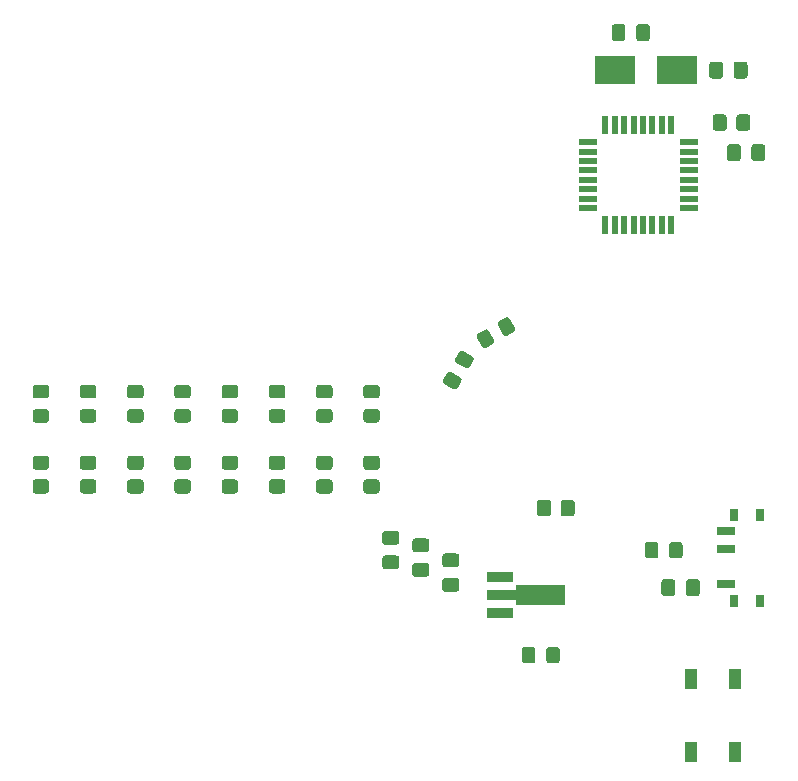
<source format=gbr>
%TF.GenerationSoftware,KiCad,Pcbnew,(5.1.9-0-10_14)*%
%TF.CreationDate,2021-08-30T14:03:39+08:00*%
%TF.ProjectId,FidgetSpinner,46696467-6574-4537-9069-6e6e65722e6b,rev?*%
%TF.SameCoordinates,Original*%
%TF.FileFunction,Paste,Top*%
%TF.FilePolarity,Positive*%
%FSLAX46Y46*%
G04 Gerber Fmt 4.6, Leading zero omitted, Abs format (unit mm)*
G04 Created by KiCad (PCBNEW (5.1.9-0-10_14)) date 2021-08-30 14:03:39*
%MOMM*%
%LPD*%
G01*
G04 APERTURE LIST*
%ADD10R,3.500000X2.400000*%
%ADD11R,1.600000X0.550000*%
%ADD12R,0.550000X1.600000*%
%ADD13R,1.100000X1.800000*%
%ADD14R,0.800000X1.000000*%
%ADD15R,1.500000X0.700000*%
%ADD16C,0.100000*%
%ADD17R,2.300000X0.900000*%
G04 APERTURE END LIST*
D10*
%TO.C,Y1*%
X106620000Y-71755000D03*
X111820000Y-71755000D03*
%TD*%
D11*
%TO.C,U1*%
X112835000Y-77845000D03*
X112835000Y-78645000D03*
X112835000Y-79445000D03*
X112835000Y-80245000D03*
X112835000Y-81045000D03*
X112835000Y-81845000D03*
X112835000Y-82645000D03*
X112835000Y-83445000D03*
D12*
X111385000Y-84895000D03*
X110585000Y-84895000D03*
X109785000Y-84895000D03*
X108985000Y-84895000D03*
X108185000Y-84895000D03*
X107385000Y-84895000D03*
X106585000Y-84895000D03*
X105785000Y-84895000D03*
D11*
X104335000Y-83445000D03*
X104335000Y-82645000D03*
X104335000Y-81845000D03*
X104335000Y-81045000D03*
X104335000Y-80245000D03*
X104335000Y-79445000D03*
X104335000Y-78645000D03*
X104335000Y-77845000D03*
D12*
X105785000Y-76395000D03*
X106585000Y-76395000D03*
X107385000Y-76395000D03*
X108185000Y-76395000D03*
X108985000Y-76395000D03*
X109785000Y-76395000D03*
X110585000Y-76395000D03*
X111385000Y-76395000D03*
%TD*%
D13*
%TO.C,SW2*%
X116785000Y-123265000D03*
X116785000Y-129465000D03*
X113085000Y-123265000D03*
X113085000Y-129465000D03*
%TD*%
D14*
%TO.C,SW1*%
X116695000Y-116680000D03*
X116695000Y-109380000D03*
X118905000Y-109380000D03*
X118905000Y-116680000D03*
D15*
X116045000Y-110780000D03*
X116045000Y-112280000D03*
X116045000Y-115280000D03*
%TD*%
%TO.C,R10*%
G36*
G01*
X101200000Y-108388999D02*
X101200000Y-109289001D01*
G75*
G02*
X100950001Y-109539000I-249999J0D01*
G01*
X100249999Y-109539000D01*
G75*
G02*
X100000000Y-109289001I0J249999D01*
G01*
X100000000Y-108388999D01*
G75*
G02*
X100249999Y-108139000I249999J0D01*
G01*
X100950001Y-108139000D01*
G75*
G02*
X101200000Y-108388999I0J-249999D01*
G01*
G37*
G36*
G01*
X103200000Y-108388999D02*
X103200000Y-109289001D01*
G75*
G02*
X102950001Y-109539000I-249999J0D01*
G01*
X102249999Y-109539000D01*
G75*
G02*
X102000000Y-109289001I0J249999D01*
G01*
X102000000Y-108388999D01*
G75*
G02*
X102249999Y-108139000I249999J0D01*
G01*
X102950001Y-108139000D01*
G75*
G02*
X103200000Y-108388999I0J-249999D01*
G01*
G37*
%TD*%
%TO.C,R9*%
G36*
G01*
X116875000Y-76650001D02*
X116875000Y-75749999D01*
G75*
G02*
X117124999Y-75500000I249999J0D01*
G01*
X117825001Y-75500000D01*
G75*
G02*
X118075000Y-75749999I0J-249999D01*
G01*
X118075000Y-76650001D01*
G75*
G02*
X117825001Y-76900000I-249999J0D01*
G01*
X117124999Y-76900000D01*
G75*
G02*
X116875000Y-76650001I0J249999D01*
G01*
G37*
G36*
G01*
X114875000Y-76650001D02*
X114875000Y-75749999D01*
G75*
G02*
X115124999Y-75500000I249999J0D01*
G01*
X115825001Y-75500000D01*
G75*
G02*
X116075000Y-75749999I0J-249999D01*
G01*
X116075000Y-76650001D01*
G75*
G02*
X115825001Y-76900000I-249999J0D01*
G01*
X115124999Y-76900000D01*
G75*
G02*
X114875000Y-76650001I0J249999D01*
G01*
G37*
%TD*%
%TO.C,R8*%
G36*
G01*
X86450001Y-105600000D02*
X85549999Y-105600000D01*
G75*
G02*
X85300000Y-105350001I0J249999D01*
G01*
X85300000Y-104649999D01*
G75*
G02*
X85549999Y-104400000I249999J0D01*
G01*
X86450001Y-104400000D01*
G75*
G02*
X86700000Y-104649999I0J-249999D01*
G01*
X86700000Y-105350001D01*
G75*
G02*
X86450001Y-105600000I-249999J0D01*
G01*
G37*
G36*
G01*
X86450001Y-107600000D02*
X85549999Y-107600000D01*
G75*
G02*
X85300000Y-107350001I0J249999D01*
G01*
X85300000Y-106649999D01*
G75*
G02*
X85549999Y-106400000I249999J0D01*
G01*
X86450001Y-106400000D01*
G75*
G02*
X86700000Y-106649999I0J-249999D01*
G01*
X86700000Y-107350001D01*
G75*
G02*
X86450001Y-107600000I-249999J0D01*
G01*
G37*
%TD*%
%TO.C,R7*%
G36*
G01*
X82450001Y-105600000D02*
X81549999Y-105600000D01*
G75*
G02*
X81300000Y-105350001I0J249999D01*
G01*
X81300000Y-104649999D01*
G75*
G02*
X81549999Y-104400000I249999J0D01*
G01*
X82450001Y-104400000D01*
G75*
G02*
X82700000Y-104649999I0J-249999D01*
G01*
X82700000Y-105350001D01*
G75*
G02*
X82450001Y-105600000I-249999J0D01*
G01*
G37*
G36*
G01*
X82450001Y-107600000D02*
X81549999Y-107600000D01*
G75*
G02*
X81300000Y-107350001I0J249999D01*
G01*
X81300000Y-106649999D01*
G75*
G02*
X81549999Y-106400000I249999J0D01*
G01*
X82450001Y-106400000D01*
G75*
G02*
X82700000Y-106649999I0J-249999D01*
G01*
X82700000Y-107350001D01*
G75*
G02*
X82450001Y-107600000I-249999J0D01*
G01*
G37*
%TD*%
%TO.C,R6*%
G36*
G01*
X78450001Y-105600000D02*
X77549999Y-105600000D01*
G75*
G02*
X77300000Y-105350001I0J249999D01*
G01*
X77300000Y-104649999D01*
G75*
G02*
X77549999Y-104400000I249999J0D01*
G01*
X78450001Y-104400000D01*
G75*
G02*
X78700000Y-104649999I0J-249999D01*
G01*
X78700000Y-105350001D01*
G75*
G02*
X78450001Y-105600000I-249999J0D01*
G01*
G37*
G36*
G01*
X78450001Y-107600000D02*
X77549999Y-107600000D01*
G75*
G02*
X77300000Y-107350001I0J249999D01*
G01*
X77300000Y-106649999D01*
G75*
G02*
X77549999Y-106400000I249999J0D01*
G01*
X78450001Y-106400000D01*
G75*
G02*
X78700000Y-106649999I0J-249999D01*
G01*
X78700000Y-107350001D01*
G75*
G02*
X78450001Y-107600000I-249999J0D01*
G01*
G37*
%TD*%
%TO.C,R5*%
G36*
G01*
X74450001Y-105600000D02*
X73549999Y-105600000D01*
G75*
G02*
X73300000Y-105350001I0J249999D01*
G01*
X73300000Y-104649999D01*
G75*
G02*
X73549999Y-104400000I249999J0D01*
G01*
X74450001Y-104400000D01*
G75*
G02*
X74700000Y-104649999I0J-249999D01*
G01*
X74700000Y-105350001D01*
G75*
G02*
X74450001Y-105600000I-249999J0D01*
G01*
G37*
G36*
G01*
X74450001Y-107600000D02*
X73549999Y-107600000D01*
G75*
G02*
X73300000Y-107350001I0J249999D01*
G01*
X73300000Y-106649999D01*
G75*
G02*
X73549999Y-106400000I249999J0D01*
G01*
X74450001Y-106400000D01*
G75*
G02*
X74700000Y-106649999I0J-249999D01*
G01*
X74700000Y-107350001D01*
G75*
G02*
X74450001Y-107600000I-249999J0D01*
G01*
G37*
%TD*%
%TO.C,R4*%
G36*
G01*
X70450001Y-105600000D02*
X69549999Y-105600000D01*
G75*
G02*
X69300000Y-105350001I0J249999D01*
G01*
X69300000Y-104649999D01*
G75*
G02*
X69549999Y-104400000I249999J0D01*
G01*
X70450001Y-104400000D01*
G75*
G02*
X70700000Y-104649999I0J-249999D01*
G01*
X70700000Y-105350001D01*
G75*
G02*
X70450001Y-105600000I-249999J0D01*
G01*
G37*
G36*
G01*
X70450001Y-107600000D02*
X69549999Y-107600000D01*
G75*
G02*
X69300000Y-107350001I0J249999D01*
G01*
X69300000Y-106649999D01*
G75*
G02*
X69549999Y-106400000I249999J0D01*
G01*
X70450001Y-106400000D01*
G75*
G02*
X70700000Y-106649999I0J-249999D01*
G01*
X70700000Y-107350001D01*
G75*
G02*
X70450001Y-107600000I-249999J0D01*
G01*
G37*
%TD*%
%TO.C,R3*%
G36*
G01*
X66450001Y-105600000D02*
X65549999Y-105600000D01*
G75*
G02*
X65300000Y-105350001I0J249999D01*
G01*
X65300000Y-104649999D01*
G75*
G02*
X65549999Y-104400000I249999J0D01*
G01*
X66450001Y-104400000D01*
G75*
G02*
X66700000Y-104649999I0J-249999D01*
G01*
X66700000Y-105350001D01*
G75*
G02*
X66450001Y-105600000I-249999J0D01*
G01*
G37*
G36*
G01*
X66450001Y-107600000D02*
X65549999Y-107600000D01*
G75*
G02*
X65300000Y-107350001I0J249999D01*
G01*
X65300000Y-106649999D01*
G75*
G02*
X65549999Y-106400000I249999J0D01*
G01*
X66450001Y-106400000D01*
G75*
G02*
X66700000Y-106649999I0J-249999D01*
G01*
X66700000Y-107350001D01*
G75*
G02*
X66450001Y-107600000I-249999J0D01*
G01*
G37*
%TD*%
%TO.C,R2*%
G36*
G01*
X62450001Y-105600000D02*
X61549999Y-105600000D01*
G75*
G02*
X61300000Y-105350001I0J249999D01*
G01*
X61300000Y-104649999D01*
G75*
G02*
X61549999Y-104400000I249999J0D01*
G01*
X62450001Y-104400000D01*
G75*
G02*
X62700000Y-104649999I0J-249999D01*
G01*
X62700000Y-105350001D01*
G75*
G02*
X62450001Y-105600000I-249999J0D01*
G01*
G37*
G36*
G01*
X62450001Y-107600000D02*
X61549999Y-107600000D01*
G75*
G02*
X61300000Y-107350001I0J249999D01*
G01*
X61300000Y-106649999D01*
G75*
G02*
X61549999Y-106400000I249999J0D01*
G01*
X62450001Y-106400000D01*
G75*
G02*
X62700000Y-106649999I0J-249999D01*
G01*
X62700000Y-107350001D01*
G75*
G02*
X62450001Y-107600000I-249999J0D01*
G01*
G37*
%TD*%
%TO.C,R1*%
G36*
G01*
X58450001Y-105600000D02*
X57549999Y-105600000D01*
G75*
G02*
X57300000Y-105350001I0J249999D01*
G01*
X57300000Y-104649999D01*
G75*
G02*
X57549999Y-104400000I249999J0D01*
G01*
X58450001Y-104400000D01*
G75*
G02*
X58700000Y-104649999I0J-249999D01*
G01*
X58700000Y-105350001D01*
G75*
G02*
X58450001Y-105600000I-249999J0D01*
G01*
G37*
G36*
G01*
X58450001Y-107600000D02*
X57549999Y-107600000D01*
G75*
G02*
X57300000Y-107350001I0J249999D01*
G01*
X57300000Y-106649999D01*
G75*
G02*
X57549999Y-106400000I249999J0D01*
G01*
X58450001Y-106400000D01*
G75*
G02*
X58700000Y-106649999I0J-249999D01*
G01*
X58700000Y-107350001D01*
G75*
G02*
X58450001Y-107600000I-249999J0D01*
G01*
G37*
%TD*%
%TO.C,Q1*%
G36*
G01*
X95905288Y-93815288D02*
X96355289Y-94594712D01*
G75*
G02*
X96263784Y-94936217I-216505J-125000D01*
G01*
X95700865Y-95261218D01*
G75*
G02*
X95359360Y-95169712I-125000J216505D01*
G01*
X94909359Y-94390287D01*
G75*
G02*
X95000865Y-94048783I216505J124999D01*
G01*
X95563784Y-93723782D01*
G75*
G02*
X95905288Y-93815288I124999J-216505D01*
G01*
G37*
G36*
G01*
X97680640Y-92790288D02*
X98130641Y-93569712D01*
G75*
G02*
X98039136Y-93911217I-216505J-125000D01*
G01*
X97476217Y-94236218D01*
G75*
G02*
X97134712Y-94144712I-125000J216505D01*
G01*
X96684711Y-93365287D01*
G75*
G02*
X96776217Y-93023783I216505J124999D01*
G01*
X97339136Y-92698782D01*
G75*
G02*
X97680640Y-92790288I124999J-216505D01*
G01*
G37*
%TD*%
%TO.C,L1*%
G36*
G01*
X111185000Y-112845001D02*
X111185000Y-111944999D01*
G75*
G02*
X111434999Y-111695000I249999J0D01*
G01*
X112085001Y-111695000D01*
G75*
G02*
X112335000Y-111944999I0J-249999D01*
G01*
X112335000Y-112845001D01*
G75*
G02*
X112085001Y-113095000I-249999J0D01*
G01*
X111434999Y-113095000D01*
G75*
G02*
X111185000Y-112845001I0J249999D01*
G01*
G37*
G36*
G01*
X109135000Y-112845001D02*
X109135000Y-111944999D01*
G75*
G02*
X109384999Y-111695000I249999J0D01*
G01*
X110035001Y-111695000D01*
G75*
G02*
X110285000Y-111944999I0J-249999D01*
G01*
X110285000Y-112845001D01*
G75*
G02*
X110035001Y-113095000I-249999J0D01*
G01*
X109384999Y-113095000D01*
G75*
G02*
X109135000Y-112845001I0J249999D01*
G01*
G37*
%TD*%
D16*
%TO.C,HS1*%
G36*
X102360000Y-117071500D02*
G01*
X98235000Y-117071500D01*
X98235000Y-116655000D01*
X95760000Y-116655000D01*
X95760000Y-115755000D01*
X98235000Y-115755000D01*
X98235000Y-115338500D01*
X102360000Y-115338500D01*
X102360000Y-117071500D01*
G37*
D17*
X96910000Y-117705000D03*
X96910000Y-114705000D03*
%TD*%
%TO.C,D17*%
G36*
G01*
X86450001Y-99550000D02*
X85549999Y-99550000D01*
G75*
G02*
X85300000Y-99300001I0J249999D01*
G01*
X85300000Y-98649999D01*
G75*
G02*
X85549999Y-98400000I249999J0D01*
G01*
X86450001Y-98400000D01*
G75*
G02*
X86700000Y-98649999I0J-249999D01*
G01*
X86700000Y-99300001D01*
G75*
G02*
X86450001Y-99550000I-249999J0D01*
G01*
G37*
G36*
G01*
X86450001Y-101600000D02*
X85549999Y-101600000D01*
G75*
G02*
X85300000Y-101350001I0J249999D01*
G01*
X85300000Y-100699999D01*
G75*
G02*
X85549999Y-100450000I249999J0D01*
G01*
X86450001Y-100450000D01*
G75*
G02*
X86700000Y-100699999I0J-249999D01*
G01*
X86700000Y-101350001D01*
G75*
G02*
X86450001Y-101600000I-249999J0D01*
G01*
G37*
%TD*%
%TO.C,D16*%
G36*
G01*
X82450001Y-99550000D02*
X81549999Y-99550000D01*
G75*
G02*
X81300000Y-99300001I0J249999D01*
G01*
X81300000Y-98649999D01*
G75*
G02*
X81549999Y-98400000I249999J0D01*
G01*
X82450001Y-98400000D01*
G75*
G02*
X82700000Y-98649999I0J-249999D01*
G01*
X82700000Y-99300001D01*
G75*
G02*
X82450001Y-99550000I-249999J0D01*
G01*
G37*
G36*
G01*
X82450001Y-101600000D02*
X81549999Y-101600000D01*
G75*
G02*
X81300000Y-101350001I0J249999D01*
G01*
X81300000Y-100699999D01*
G75*
G02*
X81549999Y-100450000I249999J0D01*
G01*
X82450001Y-100450000D01*
G75*
G02*
X82700000Y-100699999I0J-249999D01*
G01*
X82700000Y-101350001D01*
G75*
G02*
X82450001Y-101600000I-249999J0D01*
G01*
G37*
%TD*%
%TO.C,D15*%
G36*
G01*
X78450001Y-99550000D02*
X77549999Y-99550000D01*
G75*
G02*
X77300000Y-99300001I0J249999D01*
G01*
X77300000Y-98649999D01*
G75*
G02*
X77549999Y-98400000I249999J0D01*
G01*
X78450001Y-98400000D01*
G75*
G02*
X78700000Y-98649999I0J-249999D01*
G01*
X78700000Y-99300001D01*
G75*
G02*
X78450001Y-99550000I-249999J0D01*
G01*
G37*
G36*
G01*
X78450001Y-101600000D02*
X77549999Y-101600000D01*
G75*
G02*
X77300000Y-101350001I0J249999D01*
G01*
X77300000Y-100699999D01*
G75*
G02*
X77549999Y-100450000I249999J0D01*
G01*
X78450001Y-100450000D01*
G75*
G02*
X78700000Y-100699999I0J-249999D01*
G01*
X78700000Y-101350001D01*
G75*
G02*
X78450001Y-101600000I-249999J0D01*
G01*
G37*
%TD*%
%TO.C,D14*%
G36*
G01*
X74450001Y-99550000D02*
X73549999Y-99550000D01*
G75*
G02*
X73300000Y-99300001I0J249999D01*
G01*
X73300000Y-98649999D01*
G75*
G02*
X73549999Y-98400000I249999J0D01*
G01*
X74450001Y-98400000D01*
G75*
G02*
X74700000Y-98649999I0J-249999D01*
G01*
X74700000Y-99300001D01*
G75*
G02*
X74450001Y-99550000I-249999J0D01*
G01*
G37*
G36*
G01*
X74450001Y-101600000D02*
X73549999Y-101600000D01*
G75*
G02*
X73300000Y-101350001I0J249999D01*
G01*
X73300000Y-100699999D01*
G75*
G02*
X73549999Y-100450000I249999J0D01*
G01*
X74450001Y-100450000D01*
G75*
G02*
X74700000Y-100699999I0J-249999D01*
G01*
X74700000Y-101350001D01*
G75*
G02*
X74450001Y-101600000I-249999J0D01*
G01*
G37*
%TD*%
%TO.C,D13*%
G36*
G01*
X70450001Y-99550000D02*
X69549999Y-99550000D01*
G75*
G02*
X69300000Y-99300001I0J249999D01*
G01*
X69300000Y-98649999D01*
G75*
G02*
X69549999Y-98400000I249999J0D01*
G01*
X70450001Y-98400000D01*
G75*
G02*
X70700000Y-98649999I0J-249999D01*
G01*
X70700000Y-99300001D01*
G75*
G02*
X70450001Y-99550000I-249999J0D01*
G01*
G37*
G36*
G01*
X70450001Y-101600000D02*
X69549999Y-101600000D01*
G75*
G02*
X69300000Y-101350001I0J249999D01*
G01*
X69300000Y-100699999D01*
G75*
G02*
X69549999Y-100450000I249999J0D01*
G01*
X70450001Y-100450000D01*
G75*
G02*
X70700000Y-100699999I0J-249999D01*
G01*
X70700000Y-101350001D01*
G75*
G02*
X70450001Y-101600000I-249999J0D01*
G01*
G37*
%TD*%
%TO.C,D12*%
G36*
G01*
X66450001Y-99550000D02*
X65549999Y-99550000D01*
G75*
G02*
X65300000Y-99300001I0J249999D01*
G01*
X65300000Y-98649999D01*
G75*
G02*
X65549999Y-98400000I249999J0D01*
G01*
X66450001Y-98400000D01*
G75*
G02*
X66700000Y-98649999I0J-249999D01*
G01*
X66700000Y-99300001D01*
G75*
G02*
X66450001Y-99550000I-249999J0D01*
G01*
G37*
G36*
G01*
X66450001Y-101600000D02*
X65549999Y-101600000D01*
G75*
G02*
X65300000Y-101350001I0J249999D01*
G01*
X65300000Y-100699999D01*
G75*
G02*
X65549999Y-100450000I249999J0D01*
G01*
X66450001Y-100450000D01*
G75*
G02*
X66700000Y-100699999I0J-249999D01*
G01*
X66700000Y-101350001D01*
G75*
G02*
X66450001Y-101600000I-249999J0D01*
G01*
G37*
%TD*%
%TO.C,D11*%
G36*
G01*
X62450001Y-99550000D02*
X61549999Y-99550000D01*
G75*
G02*
X61300000Y-99300001I0J249999D01*
G01*
X61300000Y-98649999D01*
G75*
G02*
X61549999Y-98400000I249999J0D01*
G01*
X62450001Y-98400000D01*
G75*
G02*
X62700000Y-98649999I0J-249999D01*
G01*
X62700000Y-99300001D01*
G75*
G02*
X62450001Y-99550000I-249999J0D01*
G01*
G37*
G36*
G01*
X62450001Y-101600000D02*
X61549999Y-101600000D01*
G75*
G02*
X61300000Y-101350001I0J249999D01*
G01*
X61300000Y-100699999D01*
G75*
G02*
X61549999Y-100450000I249999J0D01*
G01*
X62450001Y-100450000D01*
G75*
G02*
X62700000Y-100699999I0J-249999D01*
G01*
X62700000Y-101350001D01*
G75*
G02*
X62450001Y-101600000I-249999J0D01*
G01*
G37*
%TD*%
%TO.C,D10*%
G36*
G01*
X58450001Y-99550000D02*
X57549999Y-99550000D01*
G75*
G02*
X57300000Y-99300001I0J249999D01*
G01*
X57300000Y-98649999D01*
G75*
G02*
X57549999Y-98400000I249999J0D01*
G01*
X58450001Y-98400000D01*
G75*
G02*
X58700000Y-98649999I0J-249999D01*
G01*
X58700000Y-99300001D01*
G75*
G02*
X58450001Y-99550000I-249999J0D01*
G01*
G37*
G36*
G01*
X58450001Y-101600000D02*
X57549999Y-101600000D01*
G75*
G02*
X57300000Y-101350001I0J249999D01*
G01*
X57300000Y-100699999D01*
G75*
G02*
X57549999Y-100450000I249999J0D01*
G01*
X58450001Y-100450000D01*
G75*
G02*
X58700000Y-100699999I0J-249999D01*
G01*
X58700000Y-101350001D01*
G75*
G02*
X58450001Y-101600000I-249999J0D01*
G01*
G37*
%TD*%
%TO.C,D2*%
G36*
G01*
X93959713Y-96990289D02*
X93180287Y-96540288D01*
G75*
G02*
X93088782Y-96198784I125000J216505D01*
G01*
X93413783Y-95635865D01*
G75*
G02*
X93755288Y-95544359I216505J-124999D01*
G01*
X94534713Y-95994360D01*
G75*
G02*
X94626218Y-96335864I-125000J-216505D01*
G01*
X94301217Y-96898783D01*
G75*
G02*
X93959713Y-96990289I-216505J124999D01*
G01*
G37*
G36*
G01*
X92934713Y-98765641D02*
X92155287Y-98315640D01*
G75*
G02*
X92063782Y-97974136I125000J216505D01*
G01*
X92388783Y-97411217D01*
G75*
G02*
X92730288Y-97319711I216505J-124999D01*
G01*
X93509713Y-97769712D01*
G75*
G02*
X93601218Y-98111216I-125000J-216505D01*
G01*
X93276217Y-98674135D01*
G75*
G02*
X92934713Y-98765641I-216505J124999D01*
G01*
G37*
%TD*%
%TO.C,D1*%
G36*
G01*
X100780000Y-121735001D02*
X100780000Y-120834999D01*
G75*
G02*
X101029999Y-120585000I249999J0D01*
G01*
X101680001Y-120585000D01*
G75*
G02*
X101930000Y-120834999I0J-249999D01*
G01*
X101930000Y-121735001D01*
G75*
G02*
X101680001Y-121985000I-249999J0D01*
G01*
X101029999Y-121985000D01*
G75*
G02*
X100780000Y-121735001I0J249999D01*
G01*
G37*
G36*
G01*
X98730000Y-121735001D02*
X98730000Y-120834999D01*
G75*
G02*
X98979999Y-120585000I249999J0D01*
G01*
X99630001Y-120585000D01*
G75*
G02*
X99880000Y-120834999I0J-249999D01*
G01*
X99880000Y-121735001D01*
G75*
G02*
X99630001Y-121985000I-249999J0D01*
G01*
X98979999Y-121985000D01*
G75*
G02*
X98730000Y-121735001I0J249999D01*
G01*
G37*
%TD*%
%TO.C,C8*%
G36*
G01*
X117257500Y-78265000D02*
X117257500Y-79215000D01*
G75*
G02*
X117007500Y-79465000I-250000J0D01*
G01*
X116332500Y-79465000D01*
G75*
G02*
X116082500Y-79215000I0J250000D01*
G01*
X116082500Y-78265000D01*
G75*
G02*
X116332500Y-78015000I250000J0D01*
G01*
X117007500Y-78015000D01*
G75*
G02*
X117257500Y-78265000I0J-250000D01*
G01*
G37*
G36*
G01*
X119332500Y-78265000D02*
X119332500Y-79215000D01*
G75*
G02*
X119082500Y-79465000I-250000J0D01*
G01*
X118407500Y-79465000D01*
G75*
G02*
X118157500Y-79215000I0J250000D01*
G01*
X118157500Y-78265000D01*
G75*
G02*
X118407500Y-78015000I250000J0D01*
G01*
X119082500Y-78015000D01*
G75*
G02*
X119332500Y-78265000I0J-250000D01*
G01*
G37*
%TD*%
%TO.C,C6*%
G36*
G01*
X88105000Y-111945000D02*
X87155000Y-111945000D01*
G75*
G02*
X86905000Y-111695000I0J250000D01*
G01*
X86905000Y-111020000D01*
G75*
G02*
X87155000Y-110770000I250000J0D01*
G01*
X88105000Y-110770000D01*
G75*
G02*
X88355000Y-111020000I0J-250000D01*
G01*
X88355000Y-111695000D01*
G75*
G02*
X88105000Y-111945000I-250000J0D01*
G01*
G37*
G36*
G01*
X88105000Y-114020000D02*
X87155000Y-114020000D01*
G75*
G02*
X86905000Y-113770000I0J250000D01*
G01*
X86905000Y-113095000D01*
G75*
G02*
X87155000Y-112845000I250000J0D01*
G01*
X88105000Y-112845000D01*
G75*
G02*
X88355000Y-113095000I0J-250000D01*
G01*
X88355000Y-113770000D01*
G75*
G02*
X88105000Y-114020000I-250000J0D01*
G01*
G37*
%TD*%
%TO.C,C5*%
G36*
G01*
X90645000Y-112580000D02*
X89695000Y-112580000D01*
G75*
G02*
X89445000Y-112330000I0J250000D01*
G01*
X89445000Y-111655000D01*
G75*
G02*
X89695000Y-111405000I250000J0D01*
G01*
X90645000Y-111405000D01*
G75*
G02*
X90895000Y-111655000I0J-250000D01*
G01*
X90895000Y-112330000D01*
G75*
G02*
X90645000Y-112580000I-250000J0D01*
G01*
G37*
G36*
G01*
X90645000Y-114655000D02*
X89695000Y-114655000D01*
G75*
G02*
X89445000Y-114405000I0J250000D01*
G01*
X89445000Y-113730000D01*
G75*
G02*
X89695000Y-113480000I250000J0D01*
G01*
X90645000Y-113480000D01*
G75*
G02*
X90895000Y-113730000I0J-250000D01*
G01*
X90895000Y-114405000D01*
G75*
G02*
X90645000Y-114655000I-250000J0D01*
G01*
G37*
%TD*%
%TO.C,C4*%
G36*
G01*
X93185000Y-113850000D02*
X92235000Y-113850000D01*
G75*
G02*
X91985000Y-113600000I0J250000D01*
G01*
X91985000Y-112925000D01*
G75*
G02*
X92235000Y-112675000I250000J0D01*
G01*
X93185000Y-112675000D01*
G75*
G02*
X93435000Y-112925000I0J-250000D01*
G01*
X93435000Y-113600000D01*
G75*
G02*
X93185000Y-113850000I-250000J0D01*
G01*
G37*
G36*
G01*
X93185000Y-115925000D02*
X92235000Y-115925000D01*
G75*
G02*
X91985000Y-115675000I0J250000D01*
G01*
X91985000Y-115000000D01*
G75*
G02*
X92235000Y-114750000I250000J0D01*
G01*
X93185000Y-114750000D01*
G75*
G02*
X93435000Y-115000000I0J-250000D01*
G01*
X93435000Y-115675000D01*
G75*
G02*
X93185000Y-115925000I-250000J0D01*
G01*
G37*
%TD*%
%TO.C,C3*%
G36*
G01*
X111712500Y-115095000D02*
X111712500Y-116045000D01*
G75*
G02*
X111462500Y-116295000I-250000J0D01*
G01*
X110787500Y-116295000D01*
G75*
G02*
X110537500Y-116045000I0J250000D01*
G01*
X110537500Y-115095000D01*
G75*
G02*
X110787500Y-114845000I250000J0D01*
G01*
X111462500Y-114845000D01*
G75*
G02*
X111712500Y-115095000I0J-250000D01*
G01*
G37*
G36*
G01*
X113787500Y-115095000D02*
X113787500Y-116045000D01*
G75*
G02*
X113537500Y-116295000I-250000J0D01*
G01*
X112862500Y-116295000D01*
G75*
G02*
X112612500Y-116045000I0J250000D01*
G01*
X112612500Y-115095000D01*
G75*
G02*
X112862500Y-114845000I250000J0D01*
G01*
X113537500Y-114845000D01*
G75*
G02*
X113787500Y-115095000I0J-250000D01*
G01*
G37*
%TD*%
%TO.C,C2*%
G36*
G01*
X107500000Y-68105000D02*
X107500000Y-69055000D01*
G75*
G02*
X107250000Y-69305000I-250000J0D01*
G01*
X106575000Y-69305000D01*
G75*
G02*
X106325000Y-69055000I0J250000D01*
G01*
X106325000Y-68105000D01*
G75*
G02*
X106575000Y-67855000I250000J0D01*
G01*
X107250000Y-67855000D01*
G75*
G02*
X107500000Y-68105000I0J-250000D01*
G01*
G37*
G36*
G01*
X109575000Y-68105000D02*
X109575000Y-69055000D01*
G75*
G02*
X109325000Y-69305000I-250000J0D01*
G01*
X108650000Y-69305000D01*
G75*
G02*
X108400000Y-69055000I0J250000D01*
G01*
X108400000Y-68105000D01*
G75*
G02*
X108650000Y-67855000I250000J0D01*
G01*
X109325000Y-67855000D01*
G75*
G02*
X109575000Y-68105000I0J-250000D01*
G01*
G37*
%TD*%
%TO.C,C1*%
G36*
G01*
X115755000Y-71280000D02*
X115755000Y-72230000D01*
G75*
G02*
X115505000Y-72480000I-250000J0D01*
G01*
X114830000Y-72480000D01*
G75*
G02*
X114580000Y-72230000I0J250000D01*
G01*
X114580000Y-71280000D01*
G75*
G02*
X114830000Y-71030000I250000J0D01*
G01*
X115505000Y-71030000D01*
G75*
G02*
X115755000Y-71280000I0J-250000D01*
G01*
G37*
G36*
G01*
X117830000Y-71280000D02*
X117830000Y-72230000D01*
G75*
G02*
X117580000Y-72480000I-250000J0D01*
G01*
X116905000Y-72480000D01*
G75*
G02*
X116655000Y-72230000I0J250000D01*
G01*
X116655000Y-71280000D01*
G75*
G02*
X116905000Y-71030000I250000J0D01*
G01*
X117580000Y-71030000D01*
G75*
G02*
X117830000Y-71280000I0J-250000D01*
G01*
G37*
%TD*%
M02*

</source>
